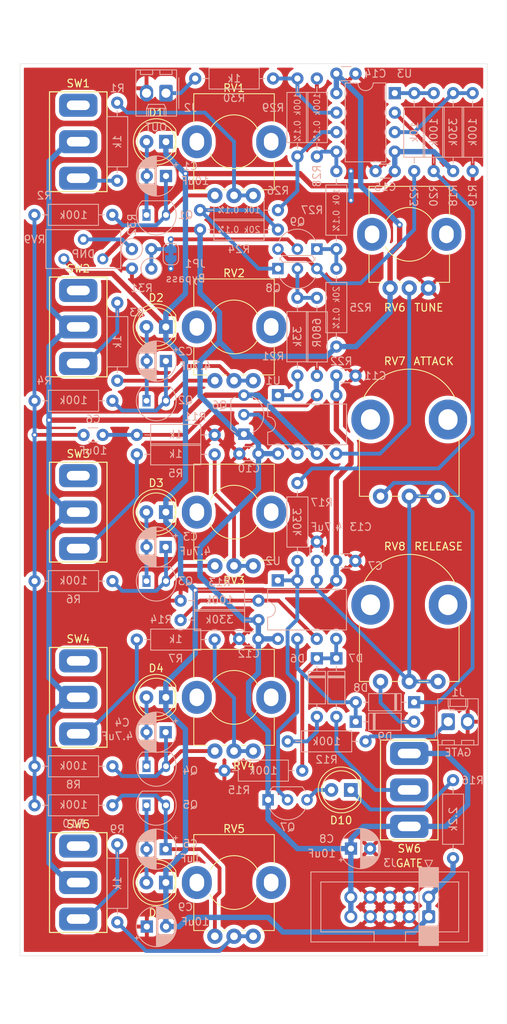
<source format=kicad_pcb>
(kicad_pcb (version 20211014) (generator pcbnew)
  (layers (0 "F.Cu" signal) (31 "B.Cu" signal) (34 "B.Paste" user) (35 "F.Paste" user) (36 "B.SilkS" user "B.Silkscreen") (37 "F.SilkS" user "F.Silkscreen") (38 "B.Mask" user) (39 "F.Mask" user) (44 "Edge.Cuts" user))
  (net 0 "")
  (net 1 "Net-(C1-Pad2)")
  (net 2 "Net-(C1-Pad1)")
  (net 3 "Net-(C2-Pad2)")
  (net 4 "Net-(C2-Pad1)")
  (net 5 "Net-(C3-Pad2)")
  (net 6 "Net-(C3-Pad1)")
  (net 7 "Net-(C4-Pad2)")
  (net 8 "Net-(C4-Pad1)")
  (net 9 "Net-(C5-Pad2)")
  (net 10 "Net-(C5-Pad1)")
  (net 11 "-12V")
  (net 12 "GND")
  (net 13 "+12V")
  (net 14 "Net-(R1-Pad2)")
  (net 15 "Net-(R1-Pad1)")
  (net 16 "Net-(R3-Pad1)")
  (net 17 "Net-(R5-Pad1)")
  (net 18 "Net-(R7-Pad1)")
  (net 19 "Net-(R9-Pad1)")
  (net 20 "Net-(RV6-Pad2)")
  (net 21 "/Oscillator Bank/OUT")
  (net 22 "/EG_CAP")
  (net 23 "/EG_TRIG")
  (net 24 "/EG_COMP_OUT")
  (net 25 "/EG_CREF")
  (net 26 "/VIN")
  (net 27 "Net-(D6-Pad2)")
  (net 28 "Net-(D7-Pad2)")
  (net 29 "Net-(D8-Pad1)")
  (net 30 "Net-(D9-Pad2)")
  (net 31 "Net-(D10-Pad1)")
  (net 32 "Net-(D10-Pad2)")
  (net 33 "/GATE")
  (net 34 "/OUT")
  (net 35 "/VCA_BIAS")
  (net 36 "Net-(Q6-Pad2)")
  (net 37 "/EG_OUT")
  (net 38 "Net-(Q8-Pad2)")
  (net 39 "Net-(Q8-Pad3)")
  (net 40 "Net-(Q8-Pad1)")
  (net 41 "Net-(Q9-Pad1)")
  (net 42 "Net-(R3-Pad2)")
  (net 43 "Net-(R5-Pad2)")
  (net 44 "Net-(R7-Pad2)")
  (net 45 "Net-(R9-Pad2)")
  (net 46 "Net-(R17-Pad2)")
  (net 47 "Net-(R18-Pad1)")
  (net 48 "Net-(R20-Pad2)")
  (net 49 "/OSC_OUT")
  (net 50 "Net-(R26-Pad2)")
  (net 51 "Net-(R27-Pad2)")
  (net 52 "Net-(R29-Pad2)")
  (net 53 "Net-(R31-Pad1)")
  (net 59 "Net-(C6-Pad1)")
  (footprint "minidrone:Bourns_PVT09A" (layer "F.Cu") (at 193.025 44.43)
    (fp_text reference "RV1")
    (fp_text value "10k" hide)
  )
  (footprint "LED_THT:LED_D5.0mm" (layer "F.Cu") (at 184.135 68.56 180)
    (fp_text reference "D2")
    (fp_text value "LED" hide)
  )
  (footprint "modular:Switch_SPDT" (layer "F.Cu") (at 172.705 44.43)
    (fp_text reference "SW1")
    (fp_text value "SW_SPDT" hide)
  )
  (footprint "modular:Switch_SPDT" (layer "F.Cu") (at 215.885 128.885)
    (fp_text reference "SW6")
    (fp_text value "GATE")
  )
  (footprint "minidrone:Bourns_PDB12-H" (layer "F.Cu") (at 215.885 80.625)
    (fp_text reference "RV7")
    (fp_text value "1M" hide)
  )
  (footprint "minidrone:Bourns_PVT09A" (layer "F.Cu") (at 193.025 92.69)
    (fp_text reference "RV3")
    (fp_text value "10k" hide)
  )
  (footprint "minidrone:Bourns_PVT09A" (layer "F.Cu") (at 193.025 116.82)
    (fp_text reference "RV4")
    (fp_text value "10k" hide)
  )
  (footprint "minidrone:Bourns_PDB12-H" (layer "F.Cu") (at 215.885 104.755)
    (fp_text reference "RV8")
    (fp_text value "1M" hide)
  )
  (footprint "modular:Switch_SPDT" (layer "F.Cu") (at 172.705 68.56)
    (fp_text reference "SW2")
    (fp_text value "SW_SPDT" hide)
  )
  (footprint "LED_THT:LED_D5.0mm" (layer "F.Cu") (at 184.135 116.82 180)
    (fp_text reference "D4")
    (fp_text value "LED" hide)
  )
  (footprint "LED_THT:LED_D5.0mm" (layer "F.Cu") (at 184.135 140.95 180)
    (fp_text reference "D5")
    (fp_text value "LED" hide)
  )
  (footprint "modular:Switch_SPDT" (layer "F.Cu") (at 172.705 140.95)
    (fp_text reference "SW5")
    (fp_text value "SW_SPDT" hide)
  )
  (footprint "modular:Switch_SPDT" (layer "F.Cu") (at 172.705 92.69)
    (fp_text reference "SW3")
    (fp_text value "SW_SPDT" hide)
  )
  (footprint "LED_THT:LED_D5.0mm" (layer "F.Cu") (at 184.15 44.43 180)
    (fp_text reference "D1")
    (fp_text value "LED" hide)
  )
  (footprint "modular:Switch_SPDT" (layer "F.Cu") (at 172.705 116.82)
    (fp_text reference "SW4")
    (fp_text value "SW_SPDT" hide)
  )
  (footprint "LED_THT:LED_D5.0mm" (layer "F.Cu") (at 184.135 92.69 180)
    (fp_text reference "D3")
    (fp_text value "LED" hide)
  )
  (footprint "minidrone:Bourns_PVT09A" (layer "F.Cu") (at 193.025 68.56)
    (fp_text reference "RV2")
    (fp_text value "10k" hide)
  )
  (footprint "minidrone:Bourns_PVT09A" (layer "F.Cu") (at 215.885 56.495)
    (fp_text reference "RV6")
    (fp_text value "100k" hide)
  )
  (footprint "minidrone:Bourns_PVT09A" (layer "F.Cu") (at 193.025 140.95)
    (fp_text reference "RV5")
    (fp_text value "10k" hide)
  )
  (footprint "LED_THT:LED_D5.0mm" (layer "F.Cu") (at 208.265 128.885 180)
    (fp_text reference "D10")
    (fp_text value "LED" hide)
  )
  (footprint "Package_DIP:DIP-8_W7.62mm" (layer "B.Cu") (at 198.755 77.45 -90)
    (fp_text reference "U1")
    (fp_text value "TL072" hide)
  )
  (footprint "Resistor_THT:R_Axial_DIN0207_L6.3mm_D2.5mm_P10.16mm_Horizontal" (layer "B.Cu") (at 190.5 82.625 180)
    (fp_text reference "R11")
    (fp_text value "1k")
  )
  (footprint "Jumper:SolderJumper-2_P1.3mm_Bridged_RoundedPad1.0x1.5mm" (layer "B.Cu") (at 184.785 59.07 90)
    (fp_text reference "JP1")
    (fp_text value "Bypass")
  )
  (footprint "Resistor_THT:R_Axial_DIN0207_L6.3mm_D2.5mm_P10.16mm_Horizontal" (layer "B.Cu") (at 198.12 36.195 180)
    (fp_text reference "R30")
    (fp_text value "1k")
  )
  (footprint "Package_TO_SOT_THT:TO-92-2" (layer "B.Cu") (at 181.61 130.885)
    (fp_text reference "Q5")
    (fp_text value "BC337" hide)
  )
  (footprint "Diode_THT:D_DO-35_SOD27_P7.62mm_Horizontal" (layer "B.Cu") (at 208.9 119.995)
    (fp_text reference "D9")
    (fp_text value "D" hide)
  )
  (footprint "Resistor_THT:R_Axial_DIN0207_L6.3mm_D2.5mm_P10.16mm_Horizontal" (layer "B.Cu") (at 206.375 71.12 90)
    (fp_text reference "R25")
    (fp_text value "20k 0.1%")
  )
  (footprint "Capacitor_THT:C_Disc_D3.0mm_W1.6mm_P2.50mm" (layer "B.Cu") (at 196.2 109.2 180)
    (fp_text reference "C12")
    (fp_text value "0.1uF" hide)
  )
  (footprint "Package_TO_SOT_THT:TO-92L_Inline_Wide" (layer "B.Cu") (at 203.835 58.42 180)
    (fp_text reference "Q9")
    (fp_text value "BC377" hide)
  )
  (footprint "Resistor_THT:R_Axial_DIN0207_L6.3mm_D2.5mm_P2.54mm_Vertical" (layer "B.Cu") (at 182.245 60.96 180)
    (fp_text reference "R32")
    (fp_text value "100R" hide)
  )
  (footprint "Resistor_THT:R_Axial_DIN0207_L6.3mm_D2.5mm_P10.16mm_Horizontal" (layer "B.Cu") (at 224.155 38.1 -90)
    (fp_text reference "R19")
    (fp_text value "100k")
  )
  (footprint "Resistor_THT:R_Axial_DIN0207_L6.3mm_D2.5mm_P10.16mm_Horizontal" (layer "B.Cu") (at 190.5 109.295 180)
    (fp_text reference "R7")
    (fp_text value "1k")
  )
  (footprint "Resistor_THT:R_Axial_DIN0207_L6.3mm_D2.5mm_P10.16mm_Horizontal" (layer "B.Cu") (at 167.005 125.805)
    (fp_text reference "R8")
    (fp_text value "100k")
  )
  (footprint "Resistor_THT:R_Axial_DIN0207_L6.3mm_D2.5mm_P10.16mm_Horizontal" (layer "B.Cu") (at 167.005 101.675)
    (fp_text reference "R6")
    (fp_text value "100k")
  )
  (footprint "Package_TO_SOT_THT:TO-92-2" (layer "B.Cu") (at 181.61 78.18)
    (fp_text reference "Q2")
    (fp_text value "BC337" hide)
  )
  (footprint "Package_TO_SOT_THT:TO-92-2" (layer "B.Cu") (at 181.61 125.805)
    (fp_text reference "Q4")
    (fp_text value "BC337" hide)
  )
  (footprint "Capacitor_THT:C_Disc_D3.0mm_W1.6mm_P2.50mm" (layer "B.Cu") (at 203.835 99.04 90)
    (fp_text reference "C7")
    (fp_text value "4.7uF")
  )
  (footprint "Connector_IDC:IDC-Header_2x05_P2.54mm_Vertical" (layer "B.Cu") (at 218.425 145.395 90)
    (fp_text reference "J3")
    (fp_text value "Conn_01x10" hide)
  )
  (footprint "Resistor_THT:R_Axial_DIN0207_L6.3mm_D2.5mm_P10.16mm_Horizontal" (layer "B.Cu") (at 166.99 53.955)
    (fp_text reference "R2")
    (fp_text value "100k")
  )
  (footprint "Capacitor_THT:CP_Radial_D5.0mm_P2.50mm" (layer "B.Cu") (at 184.11 136.6 180)
    (fp_text reference "C5")
    (fp_text value "1uF")
  )
  (footprint "Resistor_THT:R_Axial_DIN0207_L6.3mm_D2.5mm_P10.16mm_Horizontal" (layer "B.Cu") (at 221.6 127.615 -90)
    (fp_text reference "R16")
    (fp_text value "2.2k")
  )
  (footprint "Resistor_THT:R_Axial_DIN0207_L6.3mm_D2.5mm_P10.16mm_Horizontal" (layer "B.Cu") (at 221.615 38.1 -90)
    (fp_text reference "R18")
    (fp_text value "330k")
  )
  (footprint "Capacitor_THT:CP_Radial_D5.0mm_P2.50mm" (layer "B.Cu") (at 184.11 121.36 180)
    (fp_text reference "C4")
    (fp_text value "4.7uF")
  )
  (footprint "Capacitor_THT:C_Disc_D3.0mm_W1.6mm_P2.50mm" (layer "B.Cu") (at 208.875 74.91 180)
    (fp_text reference "C11")
    (fp_text value "0.1uF" hide)
  )
  (footprint "Resistor_THT:R_Axial_DIN0207_L6.3mm_D2.5mm_P10.16mm_Horizontal" (layer "B.Cu") (at 219.075 48.26 90)
    (fp_text reference "R20")
    (fp_text value "100k")
  )
  (footprint "Resistor_THT:R_Axial_DIN0207_L6.3mm_D2.5mm_P10.16mm_Horizontal" (layer "B.Cu") (at 196.215 106.755 180)
    (fp_text reference "R14")
    (fp_text value "330k")
  )
  (footprint "Diode_THT:D_DO-35_SOD27_P7.62mm_Horizontal" (layer "B.Cu") (at 206.375 111.74 -90)
    (fp_text reference "D7")
    (fp_text value "D" hide)
  )
  (footprint "Resistor_THT:R_Axial_DIN0207_L6.3mm_D2.5mm_P10.16mm_Horizontal" (layer "B.Cu") (at 203.835 46.355 90)
    (fp_text reference "R28")
    (fp_text value "100k 0.1%")
  )
  (footprint "Resistor_THT:R_Axial_DIN0207_L6.3mm_D2.5mm_P10.16mm_Horizontal" (layer "B.Cu") (at 200.025 122.555)
    (fp_text reference "R12")
    (fp_text value "100k")
  )
  (footprint "Connector_Molex:Molex_KK-254_AE-6410-02A_1x02_P2.54mm_Vertical" (layer "B.Cu") (at 184.15 38.1 180)
    (fp_text reference "J2")
    (fp_text value "OUT")
  )
  (footprint "Diode_THT:D_DO-35_SOD27_P7.62mm_Horizontal" (layer "B.Cu") (at 216.52 117.455 180)
    (fp_text reference "D8")
    (fp_text value "D" hide)
  )
  (footprint "Resistor_THT:R_Axial_DIN0207_L6.3mm_D2.5mm_P10.16mm_Horizontal" (layer "B.Cu") (at 188.595 53.34)
    (fp_text reference "R26")
    (fp_text value "10k 0.1%")
  )
  (footprint "Connector_Molex:Molex_KK-254_AE-6410-02A_1x02_P2.54mm_Vertical" (layer "B.Cu") (at 220.965 119.995)
    (fp_text reference "J1")
    (fp_text value "GATE")
  )
  (footprint "Resistor_THT:R_Axial_DIN0207_L6.3mm_D2.5mm_P10.16mm_Horizontal" (layer "B.Cu") (at 196.215 104.215 180)
    (fp_text reference "R13")
    (fp_text value "100k")
  )
  (footprint "Package_TO_SOT_THT:TO-92L_Inline_Wide" (layer "B.Cu") (at 197.47 130.175)
    (fp_text reference "Q7")
    (fp_text value "BC377" hide)
  )
  (footprint "Resistor_THT:R_Axial_DIN0207_L6.3mm_D2.5mm_P10.16mm_Horizontal" (layer "B.Cu") (at 201.295 74.91 90)
    (fp_text reference "R21")
    (fp_text value "33k")
  )
  (footprint "Resistor_THT:R_Axial_DIN0207_L6.3mm_D2.5mm_P10.16mm_Horizontal" (layer "B.Cu") (at 167.005 78.18)
    (fp_text reference "R4")
    (fp_text value "100k")
  )
  (footprint "Resistor_THT:R_Axial_DIN0207_L6.3mm_D2.5mm_P10.16mm_Horizontal" (layer "B.Cu") (at 177.785 39.35 -90)
    (fp_text reference "R1")
    (fp_text value "1k")
  )
  (footprint "Resistor_THT:R_Axial_DIN0207_L6.3mm_D2.5mm_P10.16mm_Horizontal" (layer "B.Cu") (at 177.8 75.565 90)
    (fp_text reference "R3")
    (fp_text value "1k")
  )
  (footprint "Resistor_THT:R_Axial_DIN0207_L6.3mm_D2.5mm_P10.16mm_Horizontal" (layer "B.Cu") (at 201.93 126.365 180)
    (fp_text reference "R15")
    (fp_text value "100k")
  )
  (footprint "Resistor_THT:R_Axial_DIN0207_L6.3mm_D2.5mm_P10.16mm_Horizontal" (layer "B.Cu") (at 190.5 85.165 180)
    (fp_text reference "R5")
    (fp_text value "1k")
  )
  (footprint "Resistor_THT:R_Axial_DIN0207_L6.3mm_D2.5mm_P10.16mm_Horizontal" (layer "B.Cu") (at 188.595 55.88)
    (fp_text reference "R24")
    (fp_text value "20k 0.1%")
  )
  (footprint "Resistor_THT:R_Axial_DIN0207_L6.3mm_D2.5mm_P10.16mm_Horizontal" (layer "B.Cu") (at 206.375 58.42 90)
    (fp_text reference "R27")
    (fp_text value "10k 0.1%")
  )
  (footprint "Capacitor_THT:C_Disc_D3.0mm_W1.6mm_P2.50mm" (layer "B.Cu") (at 206.375 35.56)
    (fp_text reference "C14")
    (fp_text value "0.1uF" hide)
  )
  (footprint "Resistor_THT:R_Axial_DIN0207_L6.3mm_D2.5mm_P2.54mm_Vertical" (layer "B.Cu") (at 179.705 58.42)
    (fp_text reference "R31")
    (fp_text value "100k" hide)
  )
  (footprint "Package_TO_SOT_THT:TO-92L_Inline_Wide" (layer "B.Cu") (at 198.755 60.96)
    (fp_text reference "Q8")
    (fp_text value "BC377" hide)
  )
  (footprint "Package_TO_SOT_THT:TO-92-2" (layer "B.Cu") (at 181.61 101.675)
    (fp_text reference "Q3")
    (fp_text value "BC337" hide)
  )
  (footprint "Resistor_THT:R_Axial_DIN0207_L6.3mm_D2.5mm_P10.16mm_Horizontal" (layer "B.Cu") (at 201.295 99.06 90)
    (fp_text reference "R17")
    (fp_text value "330k")
  )
  (footprint "Capacitor_THT:C_Disc_D3.0mm_W1.6mm_P2.50mm" (layer "B.Cu") (at 208.86 99.04 180)
    (fp_text reference "C13")
    (fp_text value "0.1uF" hide)
  )
  (footprint "Diode_THT:D_DO-35_SOD27_P7.62mm_Horizontal" (layer "B.Cu") (at 203.835 111.74 -90)
    (fp_text reference "D6")
    (fp_text value "D" hide)
  )
  (footprint "Package_DIP:DIP-8_W7.62mm" (layer "B.Cu") (at 198.74 101.58 -90)
    (fp_text reference "U2")
    (fp_text value "TL072" hide)
  )
  (footprint "Capacitor_THT:CP_Radial_D5.0mm_P2.50mm" (layer "B.Cu") (at 181.65 146.685)
    (fp_text reference "C9")
    (fp_text value "10uF")
  )
  (footprint "Capacitor_THT:CP_Radial_D5.0mm_P2.50mm" (layer "B.Cu") (at 208.28 136.525)
    (fp_text reference "C8")
    (fp_text value "10uF")
  )
  (footprint "Potentiometer_THT:Potentiometer_Bourns_3296Y_Vertical" (layer "B.Cu") (at 175.905 59.695)
    (fp_text reference "RV9")
    (fp_text value "100k" hide)
  )
  (footprint "Capacitor_THT:C_Disc_D3.0mm_W1.6mm_P2.50mm" (layer "B.Cu") (at 211.495 48.26)
    (fp_text reference "C15")
    (fp_text value "0.1uF" hide)
  )
  (footprint "Package_TO_SOT_THT:TO-92L_Inline_Wide" (layer "B.Cu") (at 194.31 82.53 90)
    (fp_text reference "Q6")
    (fp_text value "BC377" hide)
  )
  (footprint "Package_TO_SOT_THT:TO-92-2" (layer "B.Cu") (at 181.61 53.975)
    (fp_text reference "Q1")
    (fp_text value "BC337" hide)
  )
  (footprint "Resistor_THT:R_Axial_DIN0207_L6.3mm_D2.5mm_P10.16mm_Horizontal" (layer "B.Cu") (at 216.535 48.26 90)
    (fp_text reference "R23")
    (fp_text value "10k")
  )
  (footprint "Capacitor_THT:C_Disc_D3.0mm_W1.6mm_P2.50mm" (layer "B.Cu") (at 175.895 82.625 180)
    (fp_text reference "C6")
    (fp_text value "10uF")
  )
  (footprint "Capacitor_THT:CP_Radial_D5.0mm_P2.50mm" (layer "B.Cu") (at 184.15 48.895 180)
    (fp_text reference "C1")
    (fp_text value "10uF")
  )
  (footprint "Package_DIP:DIP-8_W7.62mm" (layer "B.Cu") (at 213.995 38.1 180)
    (fp_text reference "U3")
    (fp_text value "TL072" hide)
  )
  (footprint "Resistor_THT:R_Axial_DIN0207_L6.3mm_D2.5mm_P10.16mm_Horizontal" (layer "B.Cu") (at 167.005 130.885)
    (fp_text reference "R10")
    (fp_text value "100k")
  )
  (footprint "Capacitor_THT:CP_Radial_D5.0mm_P2.50mm" (layer "B.Cu") (at 184.135 73.005 180)
    (fp_text reference "C2")
    (fp_text value "4.7uF")
  )
  (footprint "Resistor_THT:R_Axial_DIN0207_L6.3mm_D2.5mm_P10.16mm_Horizontal" (layer "B.Cu") (at 201.295 46.355 90)
    (fp_text reference "R29")
    (fp_text value "100k 0.1%")
  )
  (footprint "Resistor_THT:R_Axial_DIN0207_L6.3mm_D2.5mm_P10.16mm_Horizontal" (layer "B.Cu") (at 203.835 64.77 -90)
    (fp_text reference "R22")
    (fp_text value "680R")
  )
  (footprint "Capacitor_THT:C_Disc_D3.0mm_W1.6mm_P2.50mm" (layer "B.Cu") (at 196.215 85.07 180)
    (fp_text reference "C10")
    (fp_text value "0.1uF" hide)
  )
  (footprint "Resistor_THT:R_Axial_DIN0207_L6.3mm_D2.5mm_P10.16mm_Horizontal" (layer "B.Cu") (at 177.8 146.125 90)
    (fp_text reference "R9")
    (fp_text value "1k")
  )
  (footprint "Capacitor_THT:CP_Radial_D5.0mm_P2.50mm" (layer "B.Cu") (at 184.11 97.23 180)
    (fp_text reference "C3")
    (fp_text value "4.7uF")
  )
  (gr_line (start 217.155 141.5325) (end 217.155 146.6125) (layer "B.SilkS") (width 0.12))
  (gr_rect (start 217.155 138.9925) (end 219.695 141.5325) (layer "B.SilkS") (width 0.12) (fill solid))
  (gr_rect (start 217.155 146.6125) (end 219.695 149.1525) (layer "B.SilkS") (width 0.12) (fill solid))
  (gr_line (start 219.695 141.5325) (end 219.695 146.6125) (layer "B.SilkS") (width 0.12))
  (gr_rect (start 165.1 34.27) (end 226.045 150.495) (layer "Edge.Cuts") (width 0.05) (fill none))
  (segment (start 181.635 44.47) (end 181.595 44.43) (width 0.5) (layer "B.Cu") (net 1))
  (segment (start 181.61 48.935) (end 181.65 48.895) (width 0.5) (layer "B.Cu") (net 1))
  (segment (start 181.65 44.47) (end 181.61 44.43) (width 0.5) (layer "B.Cu") (net 1))
  (segment (start 181.65 48.895) (end 181.65 44.47) (width 0.5) (layer "B.Cu") (net 1))
  (segment (start 181.61 53.975) (end 181.61 48.935) (width 0.5) (layer "B.Cu") (net 1))
  (segment (start 181.595 48.915) (end 181.635 48.875) (width 0.5) (layer "B.Cu") (net 1))
  (segment (start 186.755 51.43) (end 184.135 54.05) (width 0.5) (layer "F.Cu") (net 2))
  (segment (start 190.525 51.43) (end 186.755 51.43) (width 0.5) (layer "F.Cu") (net 2))
  (segment (start 184.135 54.065) (end 182.88 55.32) (width 0.5) (layer "B.Cu") (net 2))
  (segment (start 184.135 54.05) (end 184.135 54.065) (width 0.5) (layer "B.Cu") (net 2))
  (segment (start 184.135 53.955) (end 184.135 48.875) (width 0.5) (layer "B.Cu") (net 2))
  (segment (start 182.88 55.32) (end 178.515 55.32) (width 0.5) (layer "B.Cu") (net 2))
  (segment (start 178.515 55.32) (end 177.15 53.955) (width 0.5) (layer "B.Cu") (net 2))
  (segment (start 181.635 73.005) (end 181.635 68.6) (width 0.5) (layer "B.Cu") (net 3))
  (segment (start 181.635 78.045) (end 181.595 78.085) (width 0.5) (layer "B.Cu") (net 3))
  (segment (start 181.635 68.6) (end 181.595 68.56) (width 0.5) (layer "B.Cu") (net 3))
  (segment (start 181.635 73.005) (end 181.635 78.045) (width 0.5) (layer "B.Cu") (net 3))
  (segment (start 186.77 75.56) (end 184.15 78.18) (width 0.5) (layer "F.Cu") (net 4))
  (segment (start 190.525 75.56) (end 186.77 75.56) (width 0.5) (layer "F.Cu") (net 4))
  (segment (start 182.88 79.45) (end 178.435 79.45) (width 0.5) (layer "B.Cu") (net 4))
  (segment (start 184.135 78.085) (end 184.135 73.005) (width 0.5) (layer "B.Cu") (net 4))
  (segment (start 184.15 78.18) (end 182.88 79.45) (width 0.5) (layer "B.Cu") (net 4))
  (segment (start 178.435 79.45) (end 177.165 78.18) (width 0.5) (layer "B.Cu") (net 4))
  (segment (start 181.595 92.69) (end 181.595 97.215) (width 0.5) (layer "B.Cu") (net 5))
  (segment (start 181.61 97.23) (end 181.61 101.675) (width 0.5) (layer "B.Cu") (net 5))
  (segment (start 181.595 97.215) (end 181.61 97.23) (width 0.5) (layer "B.Cu") (net 5))
  (segment (start 190.525 99.69) (end 186.135 99.69) (width 0.5) (layer "F.Cu") (net 6))
  (segment (start 186.135 99.69) (end 184.15 101.675) (width 0.5) (layer "F.Cu") (net 6))
  (segment (start 184.15 101.675) (end 182.88 102.945) (width 0.5) (layer "B.Cu") (net 6))
  (segment (start 184.15 97.27) (end 184.11 97.23) (width 0.5) (layer "B.Cu") (net 6))
  (segment (start 178.435 102.945) (end 177.165 101.675) (width 0.5) (layer "B.Cu") (net 6))
  (segment (start 184.15 101.675) (end 184.15 97.27) (width 0.5) (layer "B.Cu") (net 6))
  (segment (start 182.88 102.945) (end 178.435 102.945) (width 0.5) (layer "B.Cu") (net 6))
  (segment (start 181.61 125.805) (end 181.61 121.36) (width 0.5) (layer "B.Cu") (net 7))
  (segment (start 181.61 121.36) (end 181.61 116.835) (width 0.5) (layer "B.Cu") (net 7))
  (segment (start 181.61 116.835) (end 181.595 116.82) (width 0.5) (layer "B.Cu") (net 7))
  (segment (start 186.135 123.82) (end 184.15 125.805) (width 0.5) (layer "F.Cu") (net 8))
  (segment (start 190.525 123.82) (end 186.135 123.82) (width 0.5) (layer "F.Cu") (net 8))
  (segment (start 184.15 125.805) (end 184.15 121.4) (width 0.5) (layer "B.Cu") (net 8))
  (segment (start 184.15 125.805) (end 182.88 127.075) (width 0.5) (layer "B.Cu") (net 8))
  (segment (start 178.435 127.075) (end 177.165 125.805) (width 0.5) (layer "B.Cu") (net 8))
  (segment (start 184.15 121.4) (end 184.11 121.36) (width 0.5) (layer "B.Cu") (net 8))
  (segment (start 182.88 127.075) (end 178.435 127.075) (width 0.5) (layer "B.Cu") (net 8))
  (segment (start 181.61 130.885) (end 181.61 136.6) (width 0.5) (layer "B.Cu") (net 9))
  (segment (start 181.61 136.6) (end 181.61 140.935) (width 0.5) (layer "B.Cu") (net 9))
  (segment (start 181.61 140.935) (end 181.595 140.95) (width 0.5) (layer "B.Cu") (net 9))
  (segment (start 190.525 147.95) (end 190.525 142.85) (width 0.5) (layer "F.Cu") (net 10))
  (segment (start 191.135 139.065) (end 188.67 136.6) (width 0.5) (layer "F.Cu") (net 10))
  (segment (start 188.67 136.6) (end 184.11 136.6) (width 0.5) (layer "F.Cu") (net 10))
  (segment (start 190.525 142.85) (end 191.135 142.24) (width 0.5) (layer "F.Cu") (net 10))
  (segment (start 191.135 142.24) (end 191.135 139.065) (width 0.5) (layer "F.Cu") (net 10))
  (segment (start 182.88 129.615) (end 178.435 129.615) (width 0.5) (layer "B.Cu") (net 10))
  (segment (start 184.15 130.885) (end 182.88 129.615) (width 0.5) (layer "B.Cu") (net 10))
  (segment (start 178.435 129.615) (end 177.165 130.885) (width 0.5) (layer "B.Cu") (net 10))
  (segment (start 184.11 130.925) (end 184.15 130.885) (width 0.5) (layer "B.Cu") (net 10))
  (segment (start 184.11 136.6) (end 184.11 130.925) (width 0.5) (layer "B.Cu") (net 10))
  (segment (start 213.995 48.26) (end 212.09 50.165) (width 0.7) (layer "F.Cu") (net 11))
  (segment (start 201.62 48.585) (end 186.69 48.585) (width 0.7) (layer "F.Cu") (net 11))
  (segment (start 206.375 77.45) (end 206.375 81.915) (width 0.7) (layer "F.Cu") (net 11))
  (segment (start 206.36 101.58) (end 205.010489 102.929511) (width 0.7) (layer "F.Cu") (net 11))
  (segment (start 208.28 86.36) (end 206.36 88.28) (width 0.7) (layer "F.Cu") (net 11))
  (segment (start 187.964511 102.865489) (end 187.96 102.87) (width 0.7) (layer "F.Cu") (net 11))
  (segment (start 172.72 61.595) (end 177.17 61.595) (width 0.7) (layer "F.Cu") (net 11))
  (segment (start 196.773987 102.865489) (end 187.964511 102.865489) (width 0.7) (layer "F.Cu") (net 11))
  (segment (start 206.375 81.915) (end 208.28 83.82) (width 0.7) (layer "F.Cu") (net 11))
  (segment (start 172.72 61.59) (end 172.72 61.595) (width 0.7) (layer "F.Cu") (net 11))
  (segment (start 203.2 50.165) (end 201.62 48.585) (width 0.7) (layer "F.Cu") (net 11))
  (segment (start 208.28 83.82) (end 208.28 86.36) (width 0.7) (layer "F.Cu") (net 11))
  (segment (start 212.09 50.165) (end 203.2 50.165) (width 0.7) (layer "F.Cu") (net 11))
  (segment (start 205.010489 102.929511) (end 196.838009 102.929511) (width 0.7) (layer "F.Cu") (net 11))
  (segment (start 206.36 88.28) (end 206.36 99.04) (width 0.7) (layer "F.Cu") (net 11))
  (segment (start 170.825 59.695) (end 172.72 61.59) (width 0.7) (layer "F.Cu") (net 11))
  (segment (start 196.838009 102.929511) (end 196.773987 102.865489) (width 0.7) (layer "F.Cu") (net 11))
  (segment (start 177.17 61.595) (end 184.135 68.56) (width 0.7) (layer "F.Cu") (net 11))
  (via (at 186.69 48.585) (size 0.8) (drill 0.4) (layers "F.Cu" "B.Cu") (net 11))
  (via (at 187.96 102.87) (size 0.8) (drill 0.4) (layers "F.Cu" "B.Cu") (net 11))
  (segment (start 184.135 139.35) (end 186.69 136.795) (width 0.7) (layer "B.Cu") (net 11))
  (segment (start 206.36 99.04) (end 206.36 101.58) (width 0.7) (layer "B.Cu") (net 11))
  (segment (start 184.15 146.685) (end 185.88 146.685) (width 0.7) (layer "B.Cu") (net 11))
  (segment (start 184.135 116.82) (end 184.135 118.42) (width 0.7) (layer "B.Cu") (net 11))
  (segment (start 186.055 100.965) (end 186.055 95.885) (width 0.7) (layer "B.Cu") (net 11))
  (segment (start 184.135 66.765) (end 186.69 64.21) (width 0.7) (layer "B.Cu") (net 11))
  (segment (start 187.075 145.49) (end 197.485 145.49) (width 0.7) (layer "B.Cu") (net 11))
  (segment (start 221.6 137.775) (end 221.6 139.68) (width 0.7) (layer "B.Cu") (net 11))
  (segment (start 184.135 46.03) (end 184.135 44.43) (width 0.7) (layer "B.Cu") (net 11))
  (segment (start 184.135 70.16) (end 186.69 72.715) (width 0.7) (layer "B.Cu") (net 11))
  (segment (start 184.135 140.95) (end 184.135 139.35) (width 0.7) (layer "B.Cu") (net 11))
  (segment (start 206.375 77.45) (end 206.375 74.91) (width 0.7) (layer "B.Cu") (net 11))
  (segment (start 216.535 147.395) (end 199.39 147.395) (width 0.7) (layer "B.Cu") (net 11))
  (segment (start 218.425 145.395) (end 218.425 145.505) (width 0.7) (layer "B.Cu") (net 11))
  (segment (start 184.135 116.82) (end 184.135 114.95) (width 0.7) (layer "B.Cu") (net 11))
  (segment (start 185.88 146.685) (end 187.075 145.49) (width 0.7) (layer "B.Cu") (net 11))
  (segment (start 187.96 111.125) (end 187.96 102.87) (width 0.7) (layer "B.Cu") (net 11))
  (segment (start 184.135 93.965) (end 184.135 92.69) (width 0.7) (layer "B.Cu") (net 11))
  (segment (start 184.135 68.56) (end 184.135 70.16) (width 0.7) (layer "B.Cu") (net 11))
  (segment (start 218.425 142.855) (end 218.425 145.395) (width 0.7) (layer "B.Cu") (net 11))
  (segment (start 186.69 136.6) (end 186.69 121.240978) (width 0.7) (layer "B.Cu") (net 11))
  (segment (start 184.135 91.09) (end 184.135 92.69) (width 0.7) (layer "B.Cu") (net 11))
  (segment (start 184.135 114.95) (end 187.96 111.125) (width 0.7) (layer "B.Cu") (net 11))
  (segment (start 184.135 146.67) (end 184.15 146.685) (width 0.7) (layer "B.Cu") (net 11))
  (segment (start 219.075 45.72) (end 221.615 48.26) (width 0.7) (layer "B.Cu") (net 11))
  (segment (start 186.69 64.21) (end 186.69 48.585) (width 0.7) (layer "B.Cu") (net 11))
  (segment (start 184.135 118.42) (end 186.69 120.975) (width 0.7) (layer "B.Cu") (net 11))
  (segment (start 221.6 139.68) (end 218.425 142.855) (width 0.7) (layer "B.Cu") (net 11))
  (segment (start 186.69 88.535) (end 184.135 91.09) (width 0.7) (layer "B.Cu") (net 11))
  (segment (start 184.135 68.56) (end 184.135 66.765) (width 0.7) (layer "B.Cu") (net 11))
  (segment (start 213.995 45.72) (end 213.995 48.26) (width 0.7) (layer "B.Cu") (net 11))
  (segment (start 187.96 102.87) (end 186.055 100.965) (width 0.7) (layer "B.Cu") (net 11))
  (segment (start 218.425 145.505) (end 216.535 147.395) (width 0.7) (layer "B.Cu") (net 11))
  (segment (start 186.69 72.715) (end 186.69 88.535) (width 0.7) (layer "B.Cu") (net 11))
  (segment (start 199.39 147.395) (end 197.485 145.49) (width 0.7) (layer "B.Cu") (net 11))
  (segment (start 186.69 48.585) (end 184.135 46.03) (width 0.7) (layer "B.Cu") (net 11))
  (segment (start 213.995 45.72) (end 219.075 45.72) (width 0.7) (layer "B.Cu") (net 11))
  (segment (start 186.055 95.885) (end 184.135 93.965) (width 0.7) (layer "B.Cu") (net 11))
  (segment (start 184.135 140.95) (end 184.135 146.67) (width 0.7) (layer "B.Cu") (net 11))
  (segment (start 184.135 116.82) (end 184.135 115.025) (width 0.7) (layer "B.Cu") (net 11))
  (via (at 208.28 48.26) (size 0.8) (drill 0.4) (layers "F.Cu" "B.Cu") (net 12))
  (via (at 184.785 60.96) (size 0.8) (drill 0.4) (layers "F.Cu" "B.Cu") (net 12))
  (via (at 208.28 52.07) (size 0.8) (drill 0.4) (layers "F.Cu" "B.Cu") (net 12))
  (segment (start 208.28 52.07) (end 208.28 48.26) (width 0.7) (layer "B.Cu") (net 12))
  (segment (start 184.785 59.72) (end 184.785 60.96) (width 0.7) (layer "B.Cu") (net 12))
  (segment (start 179.72 55.88) (end 175.905 59.695) (width 0.7) (layer "F.Cu") (net 13))
  (segment (start 185.42 55.88) (end 179.72 55.88) (width 0.7) (layer "F.Cu") (net 13))
  (segment (start 214.63 57.785) (end 214.63 55.245) (width 0.7) (layer "F.Cu") (net 13))
  (segment (start 213.385 59.03) (end 214.63 57.785) (width 0.7) (layer "F.Cu") (net 13))
  (segment (start 186.055 55.88) (end 185.42 55.88) (width 0.7) (layer "F.Cu") (net 13))
  (segment (start 188.595 55.88) (end 186.055 55.88) (width 0.7) (layer "F.Cu") (net 13))
  (segment (start 213.385 63.495) (end 213.385 59.03) (width 0.7) (layer "F.Cu") (net 13))
  (via (at 214.63 55.245) (size 0.8) (drill 0.4) (layers "F.Cu" "B.Cu") (net 13))
  (segment (start 194.93 114.915) (end 196.2 113.645) (width 0.7) (layer "B.Cu") (net 13))
  (segment (start 209.9 133.635) (end 215.885 133.635) (width 0.7) (layer "B.Cu") (net 13))
  (segment (start 191.135 70.485) (end 191.135 66.675) (width 0.7) (layer "B.Cu") (net 13))
  (segment (start 196.2 109.2) (end 198.74 109.2) (width 0.7) (layer "B.Cu") (net 13))
  (segment (start 196.2 106.77) (end 196.215 106.755) (width 0.7) (layer "B.Cu") (net 13))
  (segment (start 196.215 89.61) (end 188.595 97.23) (width 0.7) (layer "B.Cu") (net 13))
  (segment (start 196.215 106.755) (end 194.31 106.755) (width 0.7) (layer "B.Cu") (net 13))
  (segment (start 196.215 83.82) (end 194.925 82.53) (width 0.7) (layer "B.Cu") (net 13))
  (segment (start 214.63 55.245) (end 209.55 50.165) (width 0.7) (layer "B.Cu") (net 13))
  (segment (start 196.2 113.645) (end 196.2 109.2) (width 0.7) (layer "B.Cu") (net 13))
  (segment (start 220.66 124.135) (end 215.885 124.135) (width 0.7) (layer "B.Cu") (net 13))
  (segment (start 208.28 135.255) (end 209.9 133.635) (width 0.7) (layer "B.Cu") (net 13))
  (segment (start 191.135 66.675) (end 188.595 64.135) (width 0.7) (layer "B.Cu") (net 13))
  (segment (start 209.55 50.165) (end 209.55 38.735) (width 0.7) (layer "B.Cu") (net 13))
  (segment (start 223.505 130.79) (end 223.505 126.98) (width 0.7) (layer "B.Cu") (net 13))
  (segment (start 188.595 73.025) (end 191.135 70.485) (width 0.7) (layer "B.Cu") (net 13))
  (segment (start 215.885 133.635) (end 220.66 133.635) (width 0.7) (layer "B.Cu") (net 13))
  (segment (start 188.595 97.23) (end 188.595 101.04) (width 0.7) (layer "B.Cu") (net 13))
  (segment (start 194.31 82.53) (end 193.58 82.53) (width 0.7) (layer "B.Cu") (net 13))
  (segment (start 196.215 85.07) (end 196.215 83.82) (width 0.7) (layer "B.Cu") (net 13))
  (segment (start 196.2 109.2) (end 196.2 106.77) (width 0.7) (layer "B.Cu") (net 13))
  (segment (start 196.215 85.07) (end 196.215 89.61) (width 0.7) (layer "B.Cu") (net 13))
  (segment (start 193.58 82.53) (end 188.595 77.545) (width 0.7) (layer "B.Cu") (net 13))
  (segment (start 223.505 126.98) (end 220.66 124.135) (width 0.7) (layer "B.Cu") (net 13))
  (segment (start 193.04 72.39) (end 205.105 72.39) (width 0.7) (layer "B.Cu") (net 13))
  (segment (start 188.595 77.545) (end 188.595 73.025) (width 0.7) (layer "B.Cu") (net 13))
  (segment (start 197.47 121.265) (end 194.93 118.725) (width 0.7) (layer "B.Cu") (net 13))
  (segment (start 194.93 118.725) (end 194.93 114.915) (width 0.7) (layer "B.Cu") (net 13))
  (segment (start 191.135 70.485) (end 193.04 72.39) (width 0.7) (layer "B.Cu") (net 13))
  (segment (start 201.295 136.525) (end 208.28 136.525) (width 0.7) (layer "B.Cu") (net 13))
  (segment (start 220.66 133.635) (end 223.505 130.79) (width 0.7) (layer "B.Cu") (net 13))
  (segment (start 209.55 38.735) (end 206.375 35.56) (width 0.7) (layer "B.Cu") (net 13))
  (segment (start 197.47 121.265) (end 197.47 130.175) (width 0.7) (layer "B.Cu") (net 13))
  (segment (start 205.105 72.39) (end 206.375 71.12) (width 0.7) (layer "B.Cu") (net 13))
  (segment (start 208.265 136.54) (end 208.28 136.525) (width 0.7) (layer "B.Cu") (net 13))
  (segment (start 208.265 142.855) (end 208.265 145.395) (width 0.7) (layer "B.Cu") (net 13))
  (segment (start 197.47 132.7) (end 201.295 136.525) (width 0.7) (layer "B.Cu") (net 13))
  (segment (start 188.595 101.04) (end 188.595 97.865) (width 0.7) (layer "B.Cu") (net 13))
  (segment (start 198.755 85.07) (end 196.215 85.07) (width 0.7) (layer "B.Cu") (net 13))
  (segment (start 197.47 130.175) (end 197.47 132.7) (width 0.7) (layer "B.Cu") (net 13))
  (segment (start 208.265 142.855) (end 208.265 136.54) (width 0.7) (layer "B.Cu") (net 13))
  (segment (start 188.595 64.135) (end 188.595 55.88) (width 0.7) (layer "B.Cu") (net 13))
  (segment (start 208.28 136.525) (end 208.28 135.255) (width 0.7) (layer "B.Cu") (net 13))
  (segment (start 208.915 71.12) (end 213.385 66.65) (width 0.7) (layer "B.Cu") (net 13))
  (segment (start 206.375 71.12) (end 208.915 71.12) (width 0.7) (layer "B.Cu") (net 13))
  (segment (start 194.925 82.53) (end 194.31 82.53) (width 0.7) (layer "B.Cu") (net 13))
  (segment (start 213.385 66.65) (end 213.385 63.495) (width 0.7) (layer "B.Cu") (net 13))
  (segment (start 206.375 38.1) (end 206.375 35.56) (width 0.7) (layer "B.Cu") (net 13))
  (segment (start 194.31 106.755) (end 188.595 101.04) (width 0.7) (layer "B.Cu") (net 13))
  (segment (start 177.785 49.51) (end 173.035 49.51) (width 0.5) (layer "B.Cu") (net 14))
  (segment (start 173.035 49.51) (end 172.705 49.18) (width 0.5) (layer "B.Cu") (net 14))
  (segment (start 179.07 40.64) (end 189.23 40.64) (width 0.5) (layer "B.Cu") (net 15))
  (segment (start 177.785 39.35) (end 179.07 40.635) (width 0.5) (layer "B.Cu") (net 15))
  (segment (start 189.23 40.64) (end 189.2325 40.6375) (width 0.5) (layer "B.Cu") (net 15))
  (segment (start 195.525 51.43) (end 193.025 51.43) (width 0.5) (layer "B.Cu") (net 15))
  (segment (start 179.07 40.635) (end 179.07 40.64) (width 0.5) (layer "B.Cu") (net 15))
  (segment (start 189.2325 40.6375) (end 193.025 44.43) (width 0.5) (layer "B.Cu") (net 15))
  (segment (start 193.025 44.43) (end 193.025 51.43) (width 0.5) (layer "B.Cu") (net 15))
  (segment (start 191.125 73.66) (end 186.69 73.66) (width 0.5) (layer "F.Cu") (net 16))
  (segment (start 184.785 75.565) (end 177.8 75.565) (width 0.5) (layer "F.Cu") (net 16))
  (segment (start 193.025 75.56) (end 191.125 73.66) (width 0.5) (layer "F.Cu") (net 16))
  (segment (start 186.69 73.66) (end 184.785 75.565) (width 0.5) (layer "F.Cu") (net 16))
  (segment (start 195.525 75.56) (end 193.025 75.56) (width 0.5) (layer "B.Cu") (net 16))
  (segment (start 193.025 92.8) (end 193.025 99.69) (width 0.5) (layer "F.Cu") (net 17))
  (segment (start 193.04 92.785) (end 193.025 92.8) (width 0.5) (layer "F.Cu") (net 17))
  (segment (start 190.5 90.245) (end 193.04 92.785) (width 0.5) (layer "F.Cu") (net 17))
  (segment (start 190.5 85.165) (end 190.5 90.245) (width 0.5) (layer "F.Cu") (net 17))
  (segment (start 195.525 99.69) (end 193.025 99.69) (width 0.5) (layer "B.Cu") (net 17))
  (segment (start 193.025 116.93) (end 193.025 123.82) (width 0.5) (layer "B.Cu") (net 18))
  (segment (start 190.5 114.375) (end 193.04 116.915) (width 0.5) (layer "B.Cu") (net 18))
  (segment (start 190.5 109.295) (end 190.5 114.375) (width 0.5) (layer "B.Cu") (net 18))
  (segment (start 193.025 123.82) (end 195.525 123.82) (width 0.5) (layer "B.Cu") (net 18))
  (segment (start 193.04 116.915) (end 193.025 116.93) (width 0.5) (layer "B.Cu") (net 18))
  (segment (start 191.135 149.86) (end 181.535 149.86) (width 0.5) (layer "B.Cu") (net 19))
  (segment (start 195.525 147.95) (end 193.025 147.95) (width 0.5) (layer "B.Cu") (net 19))
  (segment (start 193.025 147.95) (end 191.135 149.84) (width 0.5) (layer "B.Cu") (net 19))
  (segment (start 191.135 149.84) (end 191.135 149.86) (width 0.5) (layer "B.Cu") (net 19))
  (segment (start 181.535 149.86) (end 177.8 146.125) (width 0.5) (layer "B.Cu") (net 19))
  (segment (start 212.075 85.07) (end 205.735 85.07) (width 0.5) (layer "B.Cu") (net 20))
  (segment (start 215.885 63.495) (end 215.885 81.26) (width 0.5) (layer "B.Cu") (net 20))
  (segment (start 215.885 81.26) (end 212.075 85.07) (width 0.5) (layer "B.Cu") (net 20))
  (segment (start 173.395 82.625) (end 167.005 82.625) (width 0.5) (layer "F.Cu") (net 21))
  (via (at 167.005 82.625) (size 0.8) (drill 0.4) (layers "F.Cu" "B.Cu") (net 21))
  (segment (start 166.99 78.165) (end 167.005 78.18) (width 0.5) (layer "B.Cu") (net 21))
  (segment (start 167.005 82.625) (end 167.005 101.675) (width 0.5) (layer "B.Cu") (net 21))
  (segment (start 167.005 78.18) (end 167.005 82.625) (width 0.5) (layer "B.Cu") (net 21))
  (segment (start 166.99 53.955) (end 166.99 78.165) (width 0.5) (layer "B.Cu") (net 21))
  (segment (start 167.005 101.675) (end 167.005 125.805) (width 0.5) (layer "B.Cu") (net 21))
  (segment (start 167.005 125.805) (end 167.005 130.885) (width 0.5) (layer "B.Cu") (net 21))
  (segment (start 203.82 101.58) (end 203.82 99.04) (width 0.5) (layer "B.Cu") (net 22))
  (segment (start 203.82 101.58) (end 203.82 102.69) (width 0.5) (layer "B.Cu") (net 22))
  (segment (start 203.82 102.69) (end 215.885 114.755) (width 0.5) (layer "B.Cu") (net 22))
  (segment (start 219.635 90.625) (end 215.885 90.625) (width 0.5) (layer "B.Cu") (net 22))
  (segment (start 215.885 90.625) (end 215.885 109.835) (width 0.5) (layer "B.Cu") (net 22))
  (segment (start 219.635 114.755) (end 215.885 114.755) (width 0.5) (layer "B.Cu") (net 22))
  (segment (start 215.885 109.835) (end 215.885 114.755) (width 0.5) (layer "B.Cu") (net 22))
  (segment (start 201.93 113.63) (end 201.93 126.365) (width 0.5) (layer "F.Cu") (net 23))
  (segment (start 203.82 111.74) (end 201.93 113.63) (width 0.5) (layer "F.Cu") (net 23))
  (segment (start 206.36 111.74) (end 206.36 109.2) (width 0.5) (layer "B.Cu") (net 23))
  (segment (start 203.82 111.74) (end 206.36 111.74) (width 0.5) (layer "B.Cu") (net 23))
  (segment (start 205.74 117.475) (end 205.76 117.455) (width 0.5) (layer "B.Cu") (net 24))
  (segment (start 205.76 117.455) (end 208.9 117.455) (width 0.5) (layer "B.Cu") (net 24))
  (segment (start 208.9 119.995) (end 208.9 117.455) (width 0.5) (layer "B.Cu") (net 24))
  (segment (start 201.28 109.2) (end 201.28 113.015) (width 0.5) (layer "B.Cu") (net 24))
  (segment (start 201.28 113.015) (end 205.74 117.475) (width 0.5) (layer "B.Cu") (net 24))
  (segment (start 196.215 104.215) (end 188.595 104.215) (width 0.5) (layer "F.Cu") (net 25))
  (segment (start 196.215 104.215) (end 198.835 104.215) (width 0.5) (layer "F.Cu") (net 25))
  (segment (start 198.835 104.215) (end 203.82 109.2) (width 0.5) (layer "F.Cu") (net 25))
  (segment (start 188.595 104.215) (end 186.055 106.755) (width 0.5) (layer "F.Cu") (net 25))
  (segment (start 186.07 80.705) (end 168.895 80.705) (width 0.7) (layer "F.Cu") (net 26))
  (segment (start 194.31 77.45) (end 189.325 77.45) (width 0.7) (layer "F.Cu") (net 26))
  (segment (start 189.325 77.45) (end 186.07 80.705) (width 0.7) (layer "F.Cu") (net 26))
  (via (at 168.895 80.705) (size 0.8) (drill 0.4) (layers "F.Cu" "B.Cu") (net 26))
  (segment (start 168.895 95.23) (end 168.895 114.28) (width 0.7) (layer "B.Cu") (net 26))
  (segment (start 168.895 76.26) (end 168.895 71.1) (width 0.7) (layer "B.Cu") (net 26))
  (segment (start 196.215 77.45) (end 203.835 85.07) (width 0.7) (layer "B.Cu") (net 26))
  (segment (start 168.895 66.02) (end 169.53 66.655) (width 0.7) (layer "B.Cu") (net 26))
  (segment (start 169.53 66.655) (end 171.435 68.56) (width 0.7) (layer "B.Cu") (net 26))
  (segment (start 168.895 122.535) (end 168.895 119.36) (width 0.7) (layer "B.Cu") (net 26))
  (segment (start 171.435 116.82) (end 172.705 116.82) (width 0.7) (layer "B.Cu") (net 26))
  (segment (start 171.435 44.43) (end 168.895 46.97) (width 0.7) (layer "B.Cu") (net 26))
  (segment (start 168.895 77.45) (end 168.895 80.705) (width 0.7) (layer "B.Cu") (net 26))
  (segment (start 171.435 140.95) (end 172.705 140.95) (width 0.7) (layer "B.Cu") (net 26))
  (segment (start 172.705 44.43) (end 171.435 44.43) (width 0.7) (layer "B.Cu") (net 26))
  (segment (start 171.435 68.56) (end 172.705 68.56) (width 0.7) (layer "B.Cu") (net 26))
  (segment (start 168.895 114.28) (end 171.435 116.82) (width 0.7) (layer "B.Cu") (net 26))
  (segment (start 168.895 80.705) (end 168.895 90.15) (width 0.7) (layer "B.Cu") (net 26))
  (segment (start 168.895 71.1) (end 171.435 68.56) (width 0.7) (layer "B.Cu") (net 26))
  (segment (start 168.895 46.97) (end 168.895 66.025) (width 0.7) (layer "B.Cu") (net 26))
  (segment (start 170.8 92.69) (end 172.705 92.69) (width 0.7) (layer "B.Cu") (net 26))
  (segment (start 168.895 90.15) (end 171.435 92.69) (width 0.7) (layer "B.Cu") (net 26))
  (segment (start 168.895 119.36) (end 171.435 116.82) (width 0.7) (layer "B.Cu") (net 26))
  (segment (start 168.895 122.535) (end 168.895 138.41) (width 0.7) (layer "B.Cu") (net 26))
  (segment (start 171.435 92.69) (end 172.705 92.69) (width 0.7) (layer "B.Cu") (net 26))
  (segment (start 194.31 77.45) (end 196.215 77.45) (width 0.7) (layer "B.Cu") (net 26))
  (segment (start 168.895 138.41) (end 171.435 140.95) (width 0.7) (layer "B.Cu") (net 26))
  (segment (start 168.895 77.45) (end 168.895 76.26) (width 0.7) (layer "B.Cu") (net 26))
  (segment (start 171.435 92.69) (end 168.895 95.23) (width 0.7) (layer "B.Cu") (net 26))
  (segment (start 203.835 121.285) (end 202.565 122.555) (width 0.5) (layer "B.Cu") (net 27))
  (segment (start 203.835 119.36) (end 203.835 121.285) (width 0.5) (layer "B.Cu") (net 27))
  (segment (start 202.565 122.555) (end 200.025 122.555) (width 0.5) (layer "B.Cu") (net 27))
  (segment (start 206.375 123.785) (end 211.475 128.885) (width 0.5) (layer "B.Cu") (net 28))
  (segment (start 206.375 119.36) (end 206.375 123.785) (width 0.5) (layer "B.Cu") (net 28))
  (segment (start 211.475 128.885) (end 215.885 128.885) (width 0.5) (layer "B.Cu") (net 28))
  (segment (start 224.14 113.01) (end 219.695 117.455) (width 0.5) (layer "B.Cu") (net 29))
  (segment (start 220.33 88.88) (end 224.14 92.69) (width 0.5) (layer "B.Cu") (net 29))
  (segment (start 212.135 90.625) (end 213.88 88.88) (width 0.5) (layer "B.Cu") (net 29))
  (segment (start 213.88 88.88) (end 220.33 88.88) (width 0.5) (layer "B.Cu") (net 29))
  (segment (start 219.695 117.455) (end 216.52 117.455) (width 0.5) (layer "B.Cu") (net 29))
  (segment (start 224.14 92.69) (end 224.14 113.01) (width 0.5) (layer "B.Cu") (net 29))
  (segment (start 212.135 114.755) (end 212.135 117.515) (width 0.5) (layer "B.Cu") (net 30))
  (segment (start 214.615 119.995) (end 216.52 119.995) (width 0.5) (layer "B.Cu") (net 30))
  (segment (start 212.135 117.515) (end 214.615 119.995) (width 0.5) (layer "B.Cu") (net 30))
  (segment (start 210.805 131.425) (end 208.265 128.885) (width 0.5) (layer "B.Cu") (net 31))
  (segment (start 221.6 127.615) (end 217.79 131.425) (width 0.5) (layer "B.Cu") (net 31))
  (segment (start 217.79 131.425) (end 210.805 131.425) (width 0.5) (layer "B.Cu") (net 31))
  (segment (start 205.725 128.885) (end 203.84 128.885) (width 0.5) (layer "B.Cu") (net 32))
  (segment (start 203.84 128.885) (end 202.55 130.175) (width 0.5) (layer "B.Cu") (net 32))
  (segment (start 220.965 119.995) (end 219.06 121.9) (width 0.5) (layer "B.Cu") (net 33))
  (segment (start 219.06 121.9) (end 210.84 121.9) (width 0.5) (layer "B.Cu") (net 33))
  (segment (start 210.84 121.9) (end 210.185 122.555) (width 0.5) (layer "B.Cu") (net 33))
  (segment (start 186.055 38.1) (end 184.15 38.1) (width 0.5) (layer "B.Cu") (net 34))
  (segment (start 186.69 37.465) (end 187.96 36.195) (width 0.5) (layer "B.Cu") (net 34))
  (segment (start 187.96 36.195) (end 186.055 38.1) (width 0.5) (layer "B.Cu") (net 34))
  (segment (start 201.295 58.42) (end 200.025 57.15) (width 0.5) (layer "F.Cu") (net 35))
  (segment (start 200.025 57.15) (end 184.785 57.15) (width 0.5) (layer "F.Cu") (net 35))
  (via (at 184.785 57.15) (size 0.8) (drill 0.4) (layers "F.Cu" "B.Cu") (net 35))
  (segment (start 184.785 58.42) (end 184.785 57.15) (width 0.5) (layer "B.Cu") (net 35))
  (segment (start 184.785 58.42) (end 182.245 58.42) (width 0.5) (layer "B.Cu") (net 35))
  (segment (start 182.245 60.96) (end 182.245 58.42) (width 0.5) (layer "B.Cu") (net 35))
  (segment (start 194.31 79.99) (end 196.215 79.99) (width 0.5) (layer "B.Cu") (net 36))
  (segment (start 196.215 79.99) (end 201.295 85.07) (width 0.5) (layer "B.Cu") (net 36))
  (segment (start 201.28 99.075) (end 201.295 99.06) (width 0.5) (layer "B.Cu") (net 37))
  (segment (start 201.28 101.58) (end 201.28 99.075) (width 0.5) (layer "B.Cu") (net 37))
  (segment (start 201.28 106.66) (end 200.01 107.93) (width 0.5) (layer "B.Cu") (net 37))
  (segment (start 201.28 118.725) (end 198.775489 121.229511) (width 0.5) (layer "B.Cu") (net 37))
  (segment (start 200.01 113.645) (end 201.28 114.915) (width 0.5) (layer "B.Cu") (net 37))
  (segment (start 198.775489 128.940489) (end 200.01 130.175) (width 0.5) (layer "B.Cu") (net 37))
  (segment (start 201.28 101.58) (end 201.28 106.66) (width 0.5) (layer "B.Cu") (net 37))
  (segment (start 201.28 101.58) (end 198.74 101.58) (width 0.5) (layer "B.Cu") (net 37))
  (segment (start 200.01 107.93) (end 200.01 113.645) (width 0.5) (layer "B.Cu") (net 37))
  (segment (start 201.28 114.915) (end 201.28 118.725) (width 0.5) (layer "B.Cu") (net 37))
  (segment (start 198.775489 121.229511) (end 198.775489 128.940489) (width 0.5) (layer "B.Cu") (net 37))
  (segment (start 201.295 64.77) (end 203.835 64.77) (width 0.5) (layer "B.Cu") (net 38))
  (segment (start 201.295 60.35) (end 201.295 64.77) (width 0.5) (layer "B.Cu") (net 38))
  (segment (start 198.755 58.42) (end 200.05 59.715) (width 0.5) (layer "F.Cu") (net 39))
  (segment (start 202.565 59.715) (end 203.835 60.985) (width 0.5) (layer "F.Cu") (net 39))
  (segment (start 200.05 59.715) (end 202.565 59.715) (width 0.5) (layer "F.Cu") (net 39))
  (segment (start 203.835 60.96) (end 205.74 62.865) (width 0.5) (layer "B.Cu") (net 39))
  (segment (start 205.74 62.865) (end 209.55 62.865) (width 0.5) (layer "B.Cu") (net 39))
  (segment (start 209.55 62.865) (end 216.535 55.88) (width 0.5) (layer "B.Cu") (net 39))
  (segment (start 216.535 48.26) (end 216.535 55.88) (width 0.5) (layer "B.Cu") (net 39))
  (segment (start 196.215 53.34) (end 198.755 55.88) (width 0.5) (layer "B.Cu") (net 40))
  (segment (start 196.215 60.96) (end 188.595 53.34) (width 0.5) (layer "B.Cu") (net 40))
  (segment (start 188.595 53.34) (end 196.215 53.34) (width 0.5) (layer "B.Cu") (net 40))
  (segment (start 198.755 60.96) (end 196.215 60.96) (width 0.5) (layer "B.Cu") (net 40))
  (segment (start 203.835 58.42) (end 206.375 58.42) (width 0.5) (layer "B.Cu") (net 41))
  (segment (start 206.375 60.96) (end 206.375 58.42) (width 0.5) (layer "B.Cu") (net 41))
  (segment (start 177.8 69.215) (end 177.8 65.405) (width 0.5) (layer "B.Cu") (net 42))
  (segment (start 172.705 73.31) (end 173.705 73.31) (width 0.5) (layer "B.Cu") (net 42))
  (segment (start 173.705 73.31) (end 177.8 69.215) (width 0.5) (layer "B.Cu") (net 42))
  (segment (start 173.78 97.44) (end 172.705 97.44) (width 0.5) (layer "B.Cu") (net 43))
  (segment (start 180.34 90.88) (end 173.78 97.44) (width 0.5) (layer "B.Cu") (net 43))
  (segment (start 180.34 85.165) (end 180.34 90.88) (width 0.5) (layer "B.Cu") (net 43))
  (segment (start 173.78 121.57) (end 172.705 121.57) (width 0.5) (layer "B.Cu") (net 44))
  (segment (start 180.34 115.01) (end 173.78 121.57) (width 0.5) (layer "B.Cu") (net 44))
  (segment (start 180.34 109.295) (end 180.34 115.01) (width 0.5) (layer "B.Cu") (net 44))
  (segment (start 173.78 145.7) (end 172.705 145.7) (width 0.5) (layer "B.Cu") (net 45))
  (segment (start 177.8 135.965) (end 177.8 141.68) (width 0.5) (layer "B.Cu") (net 45))
  (segment (start 177.8 141.68) (end 173.78 145.7) (width 0.5) (layer "B.Cu") (net 45))
  (segment (start 213.995 40.64) (end 219.075 45.72) (width 0.5) (layer "F.Cu") (net 46))
  (segment (start 219.075 45.72) (end 219.075 48.26) (width 0.5) (layer "F.Cu") (net 46))
  (segment (start 224.155 53.34) (end 224.155 82.55) (width 0.5) (layer "B.Cu") (net 46))
  (segment (start 203.2 86.995) (end 201.295 88.9) (width 0.5) (layer "B.Cu") (net 46))
  (segment (start 224.155 82.55) (end 219.71 86.995) (width 0.5) (layer "B.Cu") (net 46))
  (segment (start 219.075 48.26) (end 224.155 53.34) (width 0.5) (layer "B.Cu") (net 46))
  (segment (start 219.71 86.995) (end 203.2 86.995) (width 0.5) (layer "B.Cu") (net 46))
  (segment (start 224.155 38.1) (end 221.615 38.1) (width 0.5) (layer "B.Cu") (net 47))
  (segment (start 221.615 38.1) (end 216.535 43.18) (width 0.5) (layer "B.Cu") (net 47))
  (segment (start 216.535 43.18) (end 213.995 43.18) (width 0.5) (layer "B.Cu") (net 47))
  (segment (start 213.995 38.1) (end 219.075 38.1) (width 0.5) (layer "B.Cu") (net 48))
  (segment (start 201.295 77.45) (end 201.295 75.005) (width 0.5) (layer "B.Cu") (net 49))
  (segment (start 198.755 77.45) (end 201.295 77.45) (width 0.5) (layer "B.Cu") (net 49))
  (segment (start 201.295 46.355) (end 204.47 43.18) (width 0.5) (layer "B.Cu") (net 50))
  (segment (start 201.295 46.355) (end 201.295 50.8) (width 0.5) (layer "B.Cu") (net 50))
  (segment (start 204.47 43.18) (end 206.375 43.18) (width 0.5) (layer "B.Cu") (net 50))
  (segment (start 201.295 50.8) (end 198.755 53.34) (width 0.5) (layer "B.Cu") (net 50))
  (segment (start 206.375 48.26) (end 206.375 45.72) (width 0.5) (layer "B.Cu") (net 51))
  (segment (start 204.47 45.72) (end 203.835 46.355) (width 0.5) (layer "B.Cu") (net 51))
  (segment (start 206.375 45.72) (end 204.47 45.72) (width 0.5) (layer "B.Cu") (net 51))
  (segment (start 203.835 40.64) (end 206.375 40.64) (width 0.5) (layer "B.Cu") (net 52))
  (segment (start 201.295 36.195) (end 201.295 38.1) (width 0.5) (layer "B.Cu") (net 52))
  (segment (start 201.295 38.1) (end 203.835 40.64) (width 0.5) (layer "B.Cu") (net 52))
  (segment (start 201.295 36.195) (end 198.12 36.195) (width 0.5) (layer "B.Cu") (net 52))
  (segment (start 173.365 57.155) (end 178.44 57.155) (width 0.5) (layer "B.Cu") (net 53))
  (segment (start 178.44 57.155) (end 179.705 58.42) (width 0.5) (layer "B.Cu") (net 53))
  (segment (start 203.835 77.45) (end 202.494511 78.790489) (width 0.5) (layer "F.Cu") (net 59))
  (segment (start 186.69 82.625) (end 190.524511 78.790489) (width 0.5) (layer "F.Cu") (net 59))
  (segment (start 202.494511 78.790489) (end 190.524511 78.790489) (width 0.5) (layer "F.Cu") (net 59))
  (segment (start 180.34 82.625) (end 186.69 82.625) (width 0.5) (layer "F.Cu") (net 59))
  (segment (start 175.895 82.625) (end 180.34 82.625) (width 0.5) (layer "B.Cu") (net 59))
  (zone (net 12) (net_name "GND") (layer "F.Cu") (connect_pads (clearance 0.508)) (min_thickness 0.254) (fill yes (thermal_gap 0.508) (thermal_bridge_width 0.508))
    (polygon (pts (xy 226.06 150.495) (xy 165.1 150.495) (xy 165.085 34.27) (xy 226.045 34.27)))
  )
)
</source>
